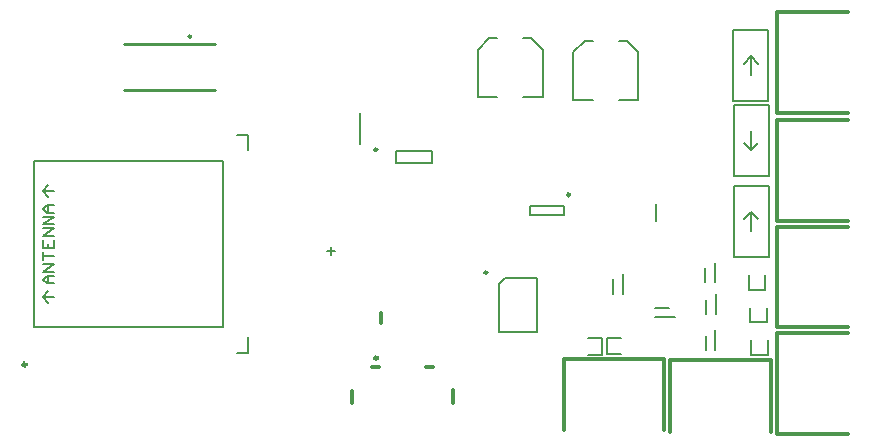
<source format=gbr>
%TF.GenerationSoftware,Altium Limited,Altium Designer,25.4.2 (15)*%
G04 Layer_Color=65535*
%FSLAX45Y45*%
%MOMM*%
%TF.SameCoordinates,9A986A7D-484F-4AC0-AE4B-942BB78B8B2C*%
%TF.FilePolarity,Positive*%
%TF.FileFunction,Legend,Top*%
%TF.Part,Single*%
G01*
G75*
%TA.AperFunction,NonConductor*%
%ADD48C,0.30000*%
%ADD49C,0.35000*%
%ADD50C,0.25000*%
%ADD51C,0.25400*%
%ADD52C,0.20000*%
D48*
X9737471Y6094988D02*
G03*
X9737471Y6094988I-12500J0D01*
G01*
X13117654Y8108500D02*
X13724699D01*
X13117654Y7258500D02*
Y8108500D01*
Y7258500D02*
X13724699D01*
X9524971Y5709988D02*
Y5819988D01*
X10374971Y5714988D02*
Y5824988D01*
X9689971Y6019988D02*
X9749971D01*
X10149971D02*
X10209971D01*
X12218000Y5471300D02*
Y6078345D01*
X13067999D01*
Y5471300D02*
Y6078345D01*
X13117654Y6356800D02*
X13724699D01*
X13117654D02*
Y7206800D01*
X13724699D01*
X13117654Y5455100D02*
X13724699D01*
X13117654D02*
Y6305100D01*
X13724699D01*
X13117654Y8172500D02*
X13724699D01*
X13117654D02*
Y9022500D01*
X13724699D01*
X9765904Y6387524D02*
Y6474165D01*
X11316700Y5482000D02*
Y6089045D01*
X12166700D01*
Y5482000D02*
Y6089045D01*
D49*
X6765000Y6040000D02*
G03*
X6765000Y6040000I-15000J0D01*
G01*
D50*
X10667600Y6820200D02*
G03*
X10667600Y6820200I-12500J0D01*
G01*
X11367900Y7477400D02*
G03*
X11367900Y7477400I-12500J0D01*
G01*
X9735080Y7859600D02*
G03*
X9735080Y7859600I-12500J0D01*
G01*
D51*
X8156130Y8817710D02*
G03*
X8156130Y8817710I-9289J0D01*
G01*
X7589341Y8754610D02*
X8359341D01*
X7589341Y8364610D02*
X8359341D01*
D52*
X8552500Y6139600D02*
X8638895D01*
Y6269600D01*
X8552500Y7984600D02*
X8638895D01*
Y7854600D02*
Y7984600D01*
X6827500Y6359600D02*
X8427500D01*
Y7759600D01*
X6827500D02*
X8427500D01*
X6827500Y6359600D02*
Y7759600D01*
X6902500Y7509600D02*
X7002500D01*
X6902500D02*
X6952500Y7459600D01*
X6902500Y7509600D02*
X6952500Y7559600D01*
X6902500Y6609600D02*
X7002500D01*
X6902500D02*
X6952500Y6559600D01*
X6902500Y6609600D02*
X6952500Y6659600D01*
X10588500Y8302300D02*
Y8704800D01*
Y8302300D02*
X10753500D01*
X10973500D02*
X11138500D01*
Y8704800D01*
X10686000Y8802300D02*
X10753500D01*
X10588500Y8704800D02*
X10686000Y8802300D01*
X11041000D02*
X11138500Y8704800D01*
X10973500Y8802300D02*
X11041000D01*
X10767600Y6314700D02*
Y6724700D01*
X10817600Y6774700D01*
X11087600D01*
X10767600Y6314700D02*
X11087600D01*
Y6774700D01*
X11813800Y6640100D02*
Y6807600D01*
X11733800Y6640100D02*
Y6760100D01*
X12090100Y6438800D02*
X12257600D01*
X12090100Y6518800D02*
X12210100D01*
X12597200Y6165400D02*
Y6332900D01*
X12517200Y6165400D02*
Y6285400D01*
X12600800Y6470400D02*
Y6637900D01*
X12520800Y6470400D02*
Y6590400D01*
X12594400Y6735400D02*
Y6902900D01*
X12514400Y6735400D02*
Y6855400D01*
X13043600Y6124700D02*
Y6244700D01*
X12903600Y6124700D02*
X13043600D01*
X12903600D02*
Y6244700D01*
X13032201Y6399700D02*
Y6519700D01*
X12892201Y6399700D02*
X13032201D01*
X12892201D02*
Y6519700D01*
X13020799Y6674700D02*
Y6794700D01*
X12880800Y6674700D02*
X13020799D01*
X12880800D02*
Y6794700D01*
X11320400Y7304900D02*
Y7384900D01*
X11030400Y7304900D02*
Y7384900D01*
X11320400D01*
X11030400Y7304900D02*
X11320400D01*
X11779100Y8782300D02*
X11846600D01*
X11944100Y8684800D01*
X11394100D02*
X11491600Y8782300D01*
X11559100D01*
X11944100Y8282300D02*
Y8684800D01*
X11779100Y8282300D02*
X11944100D01*
X11394100D02*
X11559100D01*
X11394100D02*
Y8684800D01*
X12897099Y8488500D02*
Y8648500D01*
Y8648500D02*
Y8648500D01*
X12837100Y8588500D02*
X12897099Y8648500D01*
X12897099D02*
X12957100Y8588500D01*
X12747100Y8268500D02*
Y8868500D01*
X13047099D01*
Y8268500D02*
Y8868500D01*
X12747100Y8268500D02*
X13047099D01*
X9587580Y7909600D02*
Y8169600D01*
X9897300Y7746980D02*
Y7846980D01*
Y7746980D02*
X10197300D01*
Y7846980D01*
X9897300D02*
X10197300D01*
X12094300Y7255200D02*
Y7402700D01*
X12903200Y7857500D02*
Y8017500D01*
Y7857500D02*
Y7857500D01*
X12963200Y7917500D01*
X12843201D02*
X12903200Y7857500D01*
X13053200Y7637500D02*
Y8237500D01*
X12753200Y7637500D02*
X13053200D01*
X12753200D02*
Y8237500D01*
X13053200D01*
X12903200Y7171700D02*
Y7331700D01*
Y7331700D02*
Y7331700D01*
X12843201Y7271700D02*
X12903200Y7331700D01*
X12903200D02*
X12963200Y7271700D01*
X12753200Y6951700D02*
Y7551700D01*
X13053200D01*
Y6951700D02*
Y7551700D01*
X12753200Y6951700D02*
X13053200D01*
X11521300Y6261700D02*
X11641300D01*
Y6121700D02*
Y6261700D01*
X11521300Y6121700D02*
X11641300D01*
X11683300Y6125900D02*
X11803300D01*
X11683300D02*
Y6265900D01*
X11803300D01*
X7002484Y6726375D02*
X6935839D01*
X6902516Y6759697D01*
X6935839Y6793020D01*
X7002484D01*
X6952500D01*
Y6726375D01*
X7002484Y6826342D02*
X6902516D01*
X7002484Y6892987D01*
X6902516D01*
Y6926310D02*
Y6992955D01*
Y6959633D01*
X7002484D01*
X6902516Y7092923D02*
Y7026278D01*
X7002484D01*
Y7092923D01*
X6952500Y7026278D02*
Y7059601D01*
X7002484Y7126246D02*
X6902516D01*
X7002484Y7192891D01*
X6902516D01*
X7002484Y7226214D02*
X6902516D01*
X7002484Y7292859D01*
X6902516D01*
X7002484Y7326181D02*
X6935839D01*
X6902516Y7359504D01*
X6935839Y7392826D01*
X7002484D01*
X6952500D01*
Y7326181D01*
X9375123Y7001000D02*
X9308478D01*
X9341800Y6967678D02*
Y7034323D01*
%TF.MD5,f3c4e5f7dcb812b37d8fdc49f8a3bce3*%
M02*

</source>
